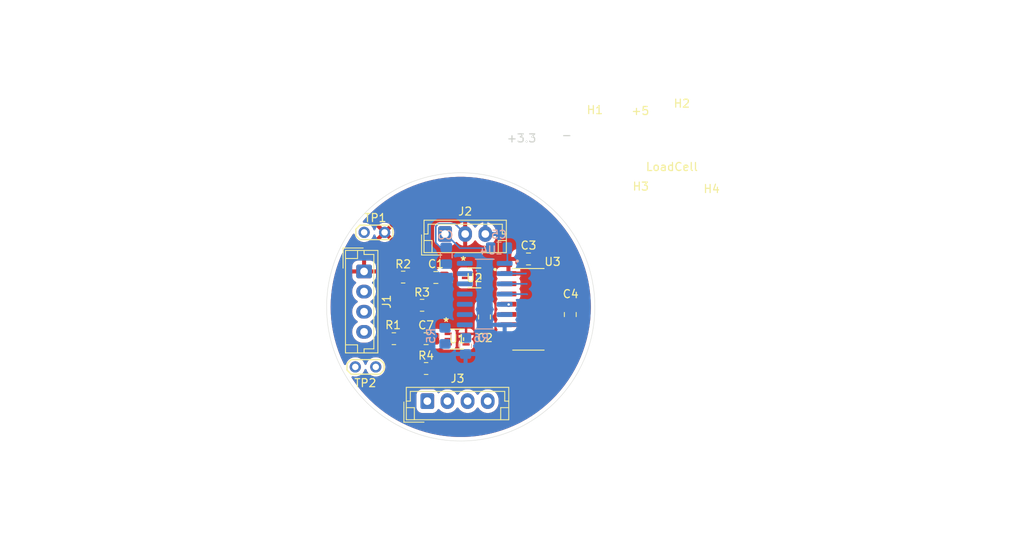
<source format=kicad_pcb>
(kicad_pcb (version 20240108) (generator "pcbnew") (generator_version "8.0")
  (layers (0 "F.Cu" signal) (31 "B.Cu" signal) (34 "B.Paste" user) (35 "F.Paste" user) (36 "B.SilkS" user "B.Silkscreen") (37 "F.SilkS" user "F.Silkscreen") (38 "B.Mask" user) (39 "F.Mask" user) (44 "Edge.Cuts" user))
  (net 0 "")
  (net 1 "Net-(U2-IN+)")
  (net 2 "GND")
  (net 3 "Net-(U3-CAP1)")
  (net 4 "Net-(U3-CAP2)")
  (net 5 "+5V")
  (net 6 "Net-(U4-VCCA)")
  (net 7 "+3.3V")
  (net 8 "Net-(U4-VCCB)")
  (net 9 "/RawLoadCell_-")
  (net 10 "/RawLoadCell_+")
  (net 11 "Net-(J1-Pin_4)")
  (net 12 "MISO")
  (net 13 "Net-(J3-Pin_4)")
  (net 14 "CLK")
  (net 15 "PDWN")
  (net 16 "Net-(U1-IN+)")
  (net 17 "/LP_+")
  (net 18 "/LP_-")
  (net 19 "Net-(U4-OE)")
  (net 20 "Net-(U3-~{DRDY}{slash}DOUT)")
  (net 21 "Net-(U3-~{PDWN})")
  (net 22 "Net-(U3-SCLK)")
  (net 23 "Net-(U3-SPEED)")
  (footprint "MountingHole:MountingHole_2.5mm" (layer "F.Cu") (at 190.1 44.9)
    (property "Reference" "H2" (at 0 -3.5 0) (layer "F.SilkS"))
    (property "Value" "MountingHole")
    (pad "" np_thru_hole circle (at 0 0) (size 2.5 2.5) (drill 2.5) (layers "*.Cu" "*.Mask"))
  )
  (footprint "TestPoint:TestPoint_2Pads_Pitch2.54mm_Drill0.8mm" (layer "F.Cu") (at 153.2 57.4 180)
    (property "Reference" "TP1" (at 1.15 1.8 180) (layer "F.SilkS"))
    (property "Value" "TestPoint_LoadCellPower")
    (fp_line (start 3.57 0.4) (end 3.07 0.9) (stroke (width 0.15)) (layer "F.SilkS"))
    (fp_line (start 3.57 -0.4) (end 3.57 0.4) (stroke (width 0.15)) (layer "F.SilkS"))
    (fp_line (start 3.07 0.9) (end -0.53 0.9) (stroke (width 0.15)) (layer "F.SilkS"))
    (fp_line (start 3.07 -0.9) (end 3.57 -0.4) (stroke (width 0.15)) (layer "F.SilkS"))
    (fp_line (start -0.53 0.9) (end -1.03 0.4) (stroke (width 0.15)) (layer "F.SilkS"))
    (fp_line (start -0.53 -0.9) (end 3.07 -0.9) (stroke (width 0.15)) (layer "F.SilkS"))
    (fp_line (start -1.03 0.4) (end -1.03 -0.4) (stroke (width 0.15)) (layer "F.SilkS"))
    (fp_line (start -1.03 -0.4) (end -0.53 -0.9) (stroke (width 0.15)) (layer "F.SilkS"))
    (pad "1" thru_hole circle (at 0 0 180) (size 1.4 1.4) (drill 0.8) (layers "*.Cu" "*.Mask") (net 5 "+5V"))
    (pad "2" thru_hole circle (at 2.54 0 180) (size 1.4 1.4) (drill 0.8) (layers "*.Cu" "*.Mask") (net 11 "Net-(J1-Pin_4)"))
  )
  (footprint "Resistor_SMD:R_0805_2012Metric_Pad1.20x1.40mm_HandSolder" (layer "F.Cu") (at 157.85 66.45 180)
    (property "Reference" "R3" (at 0 1.6 180) (layer "F.SilkS"))
    (property "Value" "DNP")
    (fp_line (start -0.227064 0.735) (end 0.227064 0.735) (stroke (width 0.12)) (layer "F.SilkS"))
    (fp_line (start -0.227064 -0.735) (end 0.227064 -0.735) (stroke (width 0.12)) (layer "F.SilkS"))
    (pad "1" smd roundrect (at -1 0 180) (size 1.2 1.4) (layers "F.Cu" "F.Paste" "F.Mask") (roundrect_rratio 0.208333) (net 17 "/LP_+"))
    (pad "2" smd roundrect (at 1 0 180) (size 1.2 1.4) (layers "F.Cu" "F.Paste" "F.Mask") (roundrect_rratio 0.208333) (net 10 "/RawLoadCell_+"))
  )
  (footprint "MIC920YC5-TR:SC-70_C5_MCH" (layer "F.Cu") (at 162.2 70.65)
    (property "Reference" "U1" (at 0 0 0) (layer "F.SilkS"))
    (property "Value" "MIC920YC5-TR")
    (fp_line (start -0.8001 1.2319) (end 0.8001 1.2319) (stroke (width 0.1524)) (layer "F.SilkS"))
    (fp_line (start 0.8001 -1.2319) (end -0.8001 -1.2319) (stroke (width 0.1524)) (layer "F.SilkS"))
    (fp_line (start 0.8001 0.164859) (end 0.8001 -0.164859) (stroke (width 0.1524)) (layer "F.SilkS"))
    (fp_text user "*" (at -1.36525 -2.0978 0) (layer "F.SilkS"))
    (fp_text user "*" (at -1.36525 -2.0978 0) (layer "F.SilkS"))
    (pad "1" smd rect (at -1.11125 -0.649999) (size 0.8763 0.3048) (layers "F.Cu" "F.Paste" "F.Mask") (net 16 "Net-(U1-IN+)"))
    (pad "2" smd rect (at -1.11125 0) (size 0.8763 0.3048) (layers "F.Cu" "F.Paste" "F.Mask") (net 2 "GND"))
    (pad "3" smd rect (at -1.11125 0.649999) (size 0.8763 0.3048) (layers "F.Cu" "F.Paste" "F.Mask") (net 18 "/LP_-"))
    (pad "4" smd rect (at 1.11125 0.649999) (size 0.8763 0.3048) (layers "F.Cu" "F.Paste" "F.Mask") (net 18 "/LP_-"))
    (pad "5" smd rect (at 1.11125 -0.649999) (size 0.8763 0.3048) (layers "F.Cu" "F.Paste" "F.Mask") (net 5 "+5V"))
  )
  (footprint "MountingHole:MountingHole_2.5mm" (layer "F.Cu") (at 192.2 55.65)
    (property "Reference" "H4" (at 1.6 -3.65 0) (layer "F.SilkS"))
    (property "Value" "MountingHole")
    (pad "" np_thru_hole circle (at 0 0) (size 2.5 2.5) (drill 2.5) (layers "*.Cu" "*.Mask"))
  )
  (footprint "Resistor_SMD:R_0805_2012Metric_Pad1.20x1.40mm_HandSolder" (layer "F.Cu") (at 158.35 74.3 180)
    (property "Reference" "R4" (at 0 1.6 180) (layer "F.SilkS"))
    (property "Value" "DNP")
    (fp_line (start -0.227064 0.735) (end 0.227064 0.735) (stroke (width 0.12)) (layer "F.SilkS"))
    (fp_line (start -0.227064 -0.735) (end 0.227064 -0.735) (stroke (width 0.12)) (layer "F.SilkS"))
    (pad "1" smd roundrect (at -1 0 180) (size 1.2 1.4) (layers "F.Cu" "F.Paste" "F.Mask") (roundrect_rratio 0.208333) (net 18 "/LP_-"))
    (pad "2" smd roundrect (at 1 0 180) (size 1.2 1.4) (layers "F.Cu" "F.Paste" "F.Mask") (roundrect_rratio 0.208333) (net 9 "/RawLoadCell_-"))
  )
  (footprint "MIC920YC5-TR:SC-70_C5_MCH" (layer "F.Cu") (at 164.33875 63.049999)
    (property "Reference" "U2" (at 0 0 0) (layer "F.SilkS"))
    (property "Value" "MIC920YC5-TR")
    (fp_line (start -0.8001 1.2319) (end 0.8001 1.2319) (stroke (width 0.1524)) (layer "F.SilkS"))
    (fp_line (start 0.8001 -1.2319) (end -0.8001 -1.2319) (stroke (width 0.1524)) (layer "F.SilkS"))
    (fp_line (start 0.8001 0.164859) (end 0.8001 -0.164859) (stroke (width 0.1524)) (layer "F.SilkS"))
    (fp_text user "*" (at -1.36525 -2.0978 0) (layer "F.SilkS"))
    (fp_text user "*" (at -1.36525 -2.0978 0) (layer "F.SilkS"))
    (pad "1" smd rect (at -1.11125 -0.649999) (size 0.8763 0.3048) (layers "F.Cu" "F.Paste" "F.Mask") (net 1 "Net-(U2-IN+)"))
    (pad "2" smd rect (at -1.11125 0) (size 0.8763 0.3048) (layers "F.Cu" "F.Paste" "F.Mask") (net 2 "GND"))
    (pad "3" smd rect (at -1.11125 0.649999) (size 0.8763 0.3048) (layers "F.Cu" "F.Paste" "F.Mask") (net 17 "/LP_+"))
    (pad "4" smd rect (at 1.11125 0.649999) (size 0.8763 0.3048) (layers "F.Cu" "F.Paste" "F.Mask") (net 17 "/LP_+"))
    (pad "5" smd rect (at 1.11125 -0.649999) (size 0.8763 0.3048) (layers "F.Cu" "F.Paste" "F.Mask") (net 5 "+5V"))
  )
  (footprint "Connector_JST:JST_EH_B3B-EH-A_1x03_P2.50mm_Vertical" (layer "F.Cu") (at 160.7 57.6)
    (property "Reference" "J2" (at 2.5 -2.8 0) (layer "F.SilkS"))
    (property "Value" "power_for_Loadcell")
    (fp_line (start -2.91 0.11) (end -2.91 2.61) (stroke (width 0.12)) (layer "F.SilkS"))
    (fp_line (start -2.91 2.61) (end -0.41 2.61) (stroke (width 0.12)) (layer "F.SilkS"))
    (fp_line (start -2.61 -1.71) (end -2.61 2.31) (stroke (width 0.12)) (layer "F.SilkS"))
    (fp_line (start -2.61 0) (end -2.11 0) (stroke (width 0.12)) (layer "F.SilkS"))
    (fp_line (start -2.61 0.81) (end -1.61 0.81) (stroke (width 0.12)) (layer "F.SilkS"))
    (fp_line (start -2.61 2.31) (end 7.61 2.31) (stroke (width 0.12)) (layer "F.SilkS"))
    (fp_line (start -2.11 -1.21) (end 7.11 -1.21) (stroke (width 0.12)) (layer "F.SilkS"))
    (fp_line (start -2.11 0) (end -2.11 -1.21) (stroke (width 0.12)) (layer "F.SilkS"))
    (fp_line (start -1.61 0.81) (end -1.61 2.31) (stroke (width 0.12)) (layer "F.SilkS"))
    (fp_line (start 6.61 0.81) (end 6.61 2.31) (stroke (width 0.12)) (layer "F.SilkS"))
    (fp_line (start 7.11 -1.21) (end 7.11 0) (stroke (width 0.12)) (layer "F.SilkS"))
    (fp_line (start 7.11 0) (end 7.61 0) (stroke (width 0.12)) (layer "F.SilkS"))
    (fp_line (start 7.61 -1.71) (end -2.61 -1.71) (stroke (width 0.12)) (layer "F.SilkS"))
    (fp_line (start 7.61 0.81) (end 6.61 0.81) (stroke (width 0.12)) (layer "F.SilkS"))
    (fp_line (start 7.61 2.31) (end 7.61 -1.71) (stroke (width 0.12)) (layer "F.SilkS"))
    (pad "1" thru_hole roundrect (at 0 0) (size 1.7 1.95) (drill 0.95) (layers "*.Cu" "*.Mask") (roundrect_rratio 0.147059) (net 7 "+3.3V"))
    (pad "2" thru_hole oval (at 2.5 0) (size 1.7 1.95) (drill 0.95) (layers "*.Cu" "*.Mask") (net 5 "+5V"))
    (pad "3" thru_hole oval (at 5 0) (size 1.7 1.95) (drill 0.95) (layers "*.Cu" "*.Mask") (net 2 "GND"))
  )
  (footprint "MountingHole:MountingHole_2.5mm" (layer "F.Cu") (at 185 55.2)
    (property "Reference" "H3" (at 0 -3.5 0) (layer "F.SilkS"))
    (property "Value" "MountingHole")
    (pad "" np_thru_hole circle (at 0 0) (size 2.5 2.5) (drill 2.5) (layers "*.Cu" "*.Mask"))
  )
  (footprint "Capacitor_SMD:C_0805_2012Metric_Pad1.18x1.45mm_HandSolder" (layer "F.Cu") (at 165.6 67.9 -90)
    (property "Reference" "C2" (at 2.6 -0.05 180) (layer "F.SilkS"))
    (property "Value" "0.1u")
    (fp_line (start -0.261252 0.735) (end 0.261252 0.735) (stroke (width 0.12)) (layer "F.SilkS"))
    (fp_line (start -0.261252 -0.735) (end 0.261252 -0.735) (stroke (width 0.12)) (layer "F.SilkS"))
    (pad "1" smd roundrect (at -1.0375 0 270) (size 1.175 1.45) (layers "F.Cu" "F.Paste" "F.Mask") (roundrect_rratio 0.212766) (net 3 "Net-(U3-CAP1)"))
    (pad "2" smd roundrect (at 1.0375 0 270) (size 1.175 1.45) (layers "F.Cu" "F.Paste" "F.Mask") (roundrect_rratio 0.212766) (net 4 "Net-(U3-CAP2)"))
  )
  (footprint "MountingHole:MountingHole_2.5mm" (layer "F.Cu") (at 179.3 45.7)
    (property "Reference" "H1" (at 0 -3.5 0) (layer "F.SilkS"))
    (property "Value" "MountingHole")
    (pad "" np_thru_hole circle (at 0 0) (size 2.5 2.5) (drill 2.5) (layers "*.Cu" "*.Mask"))
  )
  (footprint "Connector_JST:JST_EH_B4B-EH-A_1x04_P2.50mm_Vertical" (layer "F.Cu") (at 158.5 78.35)
    (property "Reference" "J3" (at 3.75 -2.8 0) (layer "F.SilkS"))
    (property "Value" "ConnToESP32")
    (fp_line (start -2.91 0.11) (end -2.91 2.61) (stroke (width 0.12)) (layer "F.SilkS"))
    (fp_line (start -2.91 2.61) (end -0.41 2.61) (stroke (width 0.12)) (layer "F.SilkS"))
    (fp_line (start -2.61 -1.71) (end -2.61 2.31) (stroke (width 0.12)) (layer "F.SilkS"))
    (fp_line (start -2.61 0) (end -2.11 0) (stroke (width 0.12)) (layer "F.SilkS"))
    (fp_line (start -2.61 0.81) (end -1.61 0.81) (stroke (width 0.12)) (layer "F.SilkS"))
    (fp_line (start -2.61 2.31) (end 10.11 2.31) (stroke (width 0.12)) (layer "F.SilkS"))
    (fp_line (start -2.11 -1.21) (end 9.61 -1.21) (stroke (width 0.12)) (layer "F.SilkS"))
    (fp_line (start -2.11 0) (end -2.11 -1.21) (stroke (width 0.12)) (layer "F.SilkS"))
    (fp_line (start -1.61 0.81) (end -1.61 2.31) (stroke (width 0.12)) (layer "F.SilkS"))
    (fp_line (start 9.11 0.81) (end 9.11 2.31) (stroke (width 0.12)) (layer "F.SilkS"))
    (fp_line (start 9.61 -1.21) (end 9.61 0) (stroke (width 0.12)) (layer "F.SilkS"))
    (fp_line (start 9.61 0) (end 10.11 0) (stroke (width 0.12)) (layer "F.SilkS"))
    (fp_line (start 10.11 -1.71) (end -2.61 -1.71) (stroke (width 0.12)) (layer "F.SilkS"))
    (fp_line (start 10.11 0.81) (end 9.11 0.81) (stroke (width 0.12)) (layer "F.SilkS"))
    (fp_line (start 10.11 2.31) (end 10.11 -1.71) (stroke (width 0.12)) (layer "F.SilkS"))
    (pad "1" thru_hole roundrect (at 0 0) (size 1.7 1.95) (drill 0.95) (layers "*.Cu" "*.Mask") (roundrect_rratio 0.147059) (net 12 "MISO"))
    (pad "2" thru_hole oval (at 2.5 0) (size 1.7 1.95) (drill 0.95) (layers "*.Cu" "*.Mask") (net 14 "CLK"))
    (pad "3" thru_hole oval (at 5 0) (size 1.7 1.95) (drill 0.95) (layers "*.Cu" "*.Mask") (net 15 "PDWN"))
    (pad "4" thru_hole oval (at 7.5 0) (size 1.7 1.95) (drill 0.95) (layers "*.Cu" "*.Mask") (net 13 "Net-(J3-Pin_4)"))
  )
  (footprint "TestPoint:TestPoint_2Pads_Pitch2.54mm_Drill0.8mm" (layer "F.Cu") (at 152.1 74.1 180)
    (property "Reference" "TP2" (at 1.3 -2 180) (layer "F.SilkS"))
    (property "Value" "TestPoint_LoadCellSignal")
    (fp_line (start 3.57 0.4) (end 3.07 0.9) (stroke (width 0.15)) (layer "F.SilkS"))
    (fp_line (start 3.57 -0.4) (end 3.57 0.4) (stroke (width 0.15)) (layer "F.SilkS"))
    (fp_line (start 3.07 0.9) (end -0.53 0.9) (stroke (width 0.15)) (layer "F.SilkS"))
    (fp_line (start 3.07 -0.9) (end 3.57 -0.4) (stroke (width 0.15)) (layer "F.SilkS"))
    (fp_line (start -0.53 0.9) (end -1.03 0.4) (stroke (width 0.15)) (layer "F.SilkS"))
    (fp_line (start -0.53 -0.9) (end 3.07 -0.9) (stroke (width 0.15)) (layer "F.SilkS"))
    (fp_line (start -1.03 0.4) (end -1.03 -0.4) (stroke (width 0.15)) (layer "F.SilkS"))
    (fp_line (start -1.03 -0.4) (end -0.53 -0.9) (stroke (width 0.15)) (layer "F.SilkS"))
    (pad "1" thru_hole circle (at 0 0 180) (size 1.4 1.4) (drill 0.8) (layers "*.Cu" "*.Mask") (net 10 "/RawLoadCell_+"))
    (pad "2" thru_hole circle (at 2.54 0 180) (size 1.4 1.4) (drill 0.8) (layers "*.Cu" "*.Mask") (net 9 "/RawLoadCell_-"))
  )
  (footprint "Resistor_SMD:R_0805_2012Metric_Pad1.20x1.40mm_HandSolder" (layer "F.Cu") (at 154.35 70.6 180)
    (property "Reference" "R1" (at 0.1 1.7 180) (layer "F.SilkS"))
    (property "Value" "VAR")
    (fp_line (start -0.227064 0.735) (end 0.227064 0.735) (stroke (width 0.12)) (layer "F.SilkS"))
    (fp_line (start -0.227064 -0.735) (end 0.227064 -0.735) (stroke (width 0.12)) (layer "F.SilkS"))
    (pad "1" smd roundrect (at -1 0 180) (size 1.2 1.4) (layers "F.Cu" "F.Paste" "F.Mask") (roundrect_rratio 0.208333) (net 16 "Net-(U1-IN+)"))
    (pad "2" smd roundrect (at 1 0 180) (size 1.2 1.4) (layers "F.Cu" "F.Paste" "F.Mask") (roundrect_rratio 0.208333) (net 9 "/RawLoadCell_-"))
  )
  (footprint "Resistor_SMD:R_0805_2012Metric_Pad1.20x1.40mm_HandSolder" (layer "F.Cu") (at 155.5 62.95 180)
    (property "Reference" "R2" (at 0 1.6 180) (layer "F.SilkS"))
    (property "Value" "VAR")
    (fp_line (start -0.227064 0.735) (end 0.227064 0.735) (stroke (width 0.12)) (layer "F.SilkS"))
    (fp_line (start -0.227064 -0.735) (end 0.227064 -0.735) (stroke (width 0.12)) (layer "F.SilkS"))
    (pad "1" smd roundrect (at -1 0 180) (size 1.2 1.4) (layers "F.Cu" "F.Paste" "F.Mask") (roundrect_rratio 0.208333) (net 1 "Net-(U2-IN+)"))
    (pad "2" smd roundrect (at 1 0 180) (size 1.2 1.4) (layers "F.Cu" "F.Paste" "F.Mask") (roundrect_rratio 0.208333) (net 10 "/RawLoadCell_+"))
  )
  (footprint "Capacitor_SMD:C_0805_2012Metric_Pad1.18x1.45mm_HandSolder" (layer "F.Cu") (at 171.0625 60.7)
    (property "Reference" "C3" (at 0 -1.68 0) (layer "F.SilkS"))
    (property "Value" "1u")
    (fp_line (start -0.261252 -0.735) (end 0.261252 -0.735) (stroke (width 0.12)) (layer "F.SilkS"))
    (fp_line (start -0.261252 0.735) (end 0.261252 0.735) (stroke (width 0.12)) (layer "F.SilkS"))
    (pad "1" smd roundrect (at -1.0375 0) (size 1.175 1.45) (layers "F.Cu" "F.Paste" "F.Mask") (roundrect_rratio 0.212766) (net 5 "+5V"))
    (pad "2" smd roundrect (at 1.0375 0) (size 1.175 1.45) (layers "F.Cu" "F.Paste" "F.Mask") (roundrect_rratio 0.212766) (net 2 "GND"))
  )
  (footprint "ADS1231IDR:SOIC127P600X175-16N" (layer "F.Cu") (at 171.05 66.95)
    (property "Reference" "U3" (at 3 -5.9 0) (layer "F.SilkS"))
    (property "Value" "ADS1231IDR")
    (fp_line (start -1.95 -5.065) (end 1.95 -5.065) (stroke (width 0.127)) (layer "F.SilkS"))
    (fp_line (start -1.95 5.065) (end 1.95 5.065) (stroke (width 0.127)) (layer "F.SilkS"))
    (fp_circle (center -4.145 -4.945) (end -4.045 -4.945) (stroke (width 0.2)) (fill none) (layer "F.SilkS"))
    (pad "1" smd roundrect (at -2.475 -4.445) (size 1.97 0.6) (layers "F.Cu" "F.Paste" "F.Mask") (roundrect_rratio 0.125) (net 5 "+5V"))
    (pad "2" smd roundrect (at -2.475 -3.175) (size 1.97 0.6) (layers "F.Cu" "F.Paste" "F.Mask") (roundrect_rratio 0.125) (net 2 "GND"))
    (pad "3" smd roundrect (at -2.475 -1.905) (size 1.97 0.6) (layers "F.Cu" "F.Paste" "F.Mask") (roundrect_rratio 0.125) (net 2 "GND"))
    (pad "4" smd roundrect (at -2.475 -0.635) (size 1.97 0.6) (layers "F.Cu" "F.Paste" "F.Mask") (roundrect_rratio 0.125) (net 23 "Net-(U3-SPEED)"))
    (pad "5" smd roundrect (at -2.475 0.635) (size 1.97 0.6) (layers "F.Cu" "F.Paste" "F.Mask") (roundrect_rratio 0.125) (net 3 "Net-(U3-CAP1)"))
    (pad "6" smd roundrect (at -2.475 1.905) (size 1.97 0.6) (layers "F.Cu" "F.Paste" "F.Mask") (roundrect_rratio 0.125) (net 4 "Net-(U3-CAP2)"))
    (pad "7" smd roundrect (at -2.475 3.175) (size 1.97 0.6) (layers "F.Cu" "F.Paste" "F.Mask") (roundrect_rratio 0.125) (net 17 "/LP_+"))
    (pad "8" smd roundrect (at -2.475 4.445) (size 1.97 0.6) (layers "F.Cu" "F.Paste" "F.Mask") (roundrect_rratio 0.125) (net 18 "/LP_-"))
    (pad "9" smd roundrect (at 2.475 4.445) (size 1.97 0.6) (layers "F.Cu" "F.Paste" "F.Mask") (roundrect_rratio 0.125) (net 11 "Net-(J1-Pin_4)"))
    (pad "10" smd roundrect (at 2.475 3.175) (size 1.97 0.6) (layers "F.Cu" "F.Paste" "F.Mask") (roundrect_rratio 0.125) (net 5 "+5V"))
    (pad "11" smd roundrect (at 2.475 1.905) (size 1.97 0.6) (layers "F.Cu" "F.Paste" "F.Mask") (roundrect_rratio 0.125) (net 2 "GND"))
    (pad "12" smd roundrect (at 2.475 0.635) (size 1.97 0.6) (layers "F.Cu" "F.Paste" "F.Mask") (roundrect_rratio 0.125) (net 11 "Net-(J1-Pin_4)"))
    (pad "13" smd roundrect (at 2.475 -0.635) (size 1.97 0.6) (layers "F.Cu" "F.Paste" "F.Mask") (roundrect_rratio 0.125) (net 5 "+5V"))
    (pad "14" smd roundrect (at 2.475 -1.905) (size 1.97 0.6) (layers "F.Cu" "F.Paste" "F.Mask") (roundrect_rratio 0.125) (net 21 "Net-(U3-~{PDWN})"))
    (pad "15" smd roundrect (at 2.475 -3.175) (size 1.97 0.6) (layers "F.Cu" "F.Paste" "F.Mask") (roundrect_rratio 0.125) (net 22 "Net-(U3-SCLK)"))
    (pad "16" smd roundrect (at 2.475 -4.445) (size 1.97 0.6) (layers "F.Cu" "F.Paste" "F.Mask") (roundrect_rratio 0.125) (net 20 "Net-(U3-~{DRDY}{slash}DOUT)"))
  )
  (footprint "Connector_JST:JST_EH_B4B-EH-A_1x04_P2.50mm_Vertical" (layer "F.Cu") (at 150.65 62.25 -90)
    (property "Reference" "J1" (at 3.75 -2.8 90) (layer "F.SilkS"))
    (property "Value" "LoadCellConnector")
    (fp_line (start -2.91 2.61) (end -0.41 2.61) (stroke (width 0.12)) (layer "F.SilkS"))
    (fp_line (start -2.61 2.31) (end 10.11 2.31) (stroke (width 0.12)) (layer "F.SilkS"))
    (fp_line (start 10.11 2.31) (end 10.11 -1.71) (stroke (width 0.12)) (layer "F.SilkS"))
    (fp_line (start -2.61 0.81) (end -1.61 0.81) (stroke (width 0.12)) (layer "F.SilkS"))
    (fp_line (start -1.61 0.81) (end -1.61 2.31) (stroke (width 0.12)) (layer "F.SilkS"))
    (fp_line (start 9.11 0.81) (end 9.11 2.31) (stroke (width 0.12)) (layer "F.SilkS"))
    (fp_line (start 10.11 0.81) (end 9.11 0.81) (stroke (width 0.12)) (layer "F.SilkS"))
    (fp_line (start -2.91 0.11) (end -2.91 2.61) (stroke (width 0.12)) (layer "F.SilkS"))
    (fp_line (start -2.61 0) (end -2.11 0) (stroke (width 0.12)) (layer "F.SilkS"))
    (fp_line (start -2.11 0) (end -2.11 -1.21) (stroke (width 0.12)) (layer "F.SilkS"))
    (fp_line (start 9.61 0) (end 10.11 0) (stroke (width 0.12)) (layer "F.SilkS"))
    (fp_line (start -2.11 -1.21) (end 9.61 -1.21) (stroke (width 0.12)) (layer "F.SilkS"))
    (fp_line (start 9.61 -1.21) (end 9.61 0) (stroke (width 0.12)) (layer "F.SilkS"))
    (fp_line (start -2.61 -1.71) (end -2.61 2.31) (stroke (width 0.12)) (layer "F.SilkS"))
    (fp_line (start 10.11 -1.71) (end -2.61 -1.71) (stroke (width 0.12)) (layer "F.SilkS"))
    (pad "1" thru_hole roundrect (at 0 0 270) (size 1.7 1.95) (drill 0.95) (layers "*.Cu" "*.Mask") (roundrect_rratio 0.147059) (net 5 "+5V"))
    (pad "2" thru_hole oval (at 2.5 0 270) (size 1.7 1.95) (drill 0.95) (layers "*.Cu" "*.Mask") (net 10 "/RawLoadCell_+"))
    (pad "3" thru_hole oval (at 5 0 270) (size 1.7 1.95) (drill 0.95) (layers "*.Cu" "*.Mask") (net 9 "/RawLoadCell_-"))
    (pad "4" thru_hole oval (at 7.5 0 270) (size 1.7 1.95) (drill 0.95) (layers "*.Cu" "*.Mask") (net 11 "Net-(J1-Pin_4)"))
  )
  (footprint "Capacitor_SMD:C_0805_2012Metric_Pad1.18x1.45mm_HandSolder" (layer "F.Cu") (at 158.35 70.6)
    (property "Reference" "C7" (at 0 -1.68 0) (layer "F.SilkS"))
    (property "Value" "VAR")
    (fp_line (start -0.261252 -0.735) (end 0.261252 -0.735) (stroke (width 0.12)) (layer "F.SilkS"))
    (fp_line (start -0.261252 0.735) (end 0.261252 0.735) (stroke (width 0.12)) (layer "F.SilkS"))
    (pad "1" smd roundrect (at -1.0375 0) (size 1.175 1.45) (layers "F.Cu" "F.Paste" "F.Mask") (roundrect_rratio 0.212766) (net 16 "Net-(U1-IN+)"))
    (pad "2" smd roundrect (at 1.0375 0) (size 1.175 1.45) (layers "F.Cu" "F.Paste" "F.Mask") (roundrect_rratio 0.212766) (net 2 "GND"))
  )
  (footprint "Capacitor_SMD:C_0805_2012Metric_Pad1.18x1.45mm_HandSolder" (layer "F.Cu") (at 176.25 67.6 -90)
    (property "Reference" "C4" (at -2.55 -0.05 180) (layer "F.SilkS"))
    (property "Value" "1u")
    (fp_line (start -0.261252 0.735) (end 0.261252 0.735) (stroke (width 0.12)) (layer "F.SilkS"))
    (fp_line (start -0.261252 -0.735) (end 0.261252 -0.735) (stroke (width 0.12)) (layer "F.SilkS"))
    (pad "1" smd roundrect (at -1.0375 0 270) (size 1.175 1.45) (layers "F.Cu" "F.Paste" "F.Mask") (roundrect_rratio 0.212766) (net 5 "+5V"))
    (pad "2" smd roundrect (at 1.0375 0 270) (size 1.175 1.45) (layers "F.Cu" "F.Paste" "F.Mask") (roundrect_rratio 0.212766) (net 2 "GND"))
  )
  (footprint "Capacitor_SMD:C_0805_2012Metric_Pad1.18x1.45mm_HandSolder" (layer "F.Cu") (at 159.5625 63)
    (property "Reference" "C1" (at 0 -1.68 0) (layer "F.SilkS"))
    (property "Value" "VAR")
    (fp_line (start -0.261252 -0.735) (end 0.261252 -0.735) (stroke (width 0.12)) (layer "F.SilkS"))
    (fp_line (start -0.261252 0.735) (end 0.261252 0.735) (stroke (width 0.12)) (layer "F.SilkS"))
    (pad "1" smd roundrect (at -1.0375 0) (size 1.175 1.45) (layers "F.Cu" "F.Paste" "F.Mask") (roundrect_rratio 0.212766) (net 1 "Net-(U2-IN+)"))
    (pad "2" smd roundrect (at 1.0375 0) (size 1.175 1.45) (layers "F.Cu" "F.Paste" "F.Mask") (roundrect_rratio 0.212766) (net 2 "GND"))
  )
  (footprint "TXB0104DR:SOIC127P600X175-14N" (layer "B.Cu") (at 165.625 65.06 180)
    (property "Reference" "U4" (at -0.425 5.435 180) (layer "B.SilkS") (effects (justify mirror)))
    (property "Value" "TXB0104DR")
    (fp_line (start 1.17 4.325) (end -1.17 4.325) (stroke (width 0.127)) (layer "B.SilkS"))
    (fp_line (start 1.17 -4.325) (end -1.17 -4.325) (stroke (width 0.127)) (layer "B.SilkS"))
    (fp_circle (center -4.05 4.1) (end -3.95 4.1) (stroke (width 0.2)) (fill none) (layer "B.SilkS"))
    (pad "1" smd roundrect (at -2.475 3.81 180) (size 1.97 0.6) (layers "B.Cu" "B.Paste" "B.Mask") (net 6 "Net-(U4-VCCA)"))
    (pad "2" smd roundrect (at -2.475 2.54 180) (size 1.97 0.6) (layers "B.Cu" "B.Paste" "B.Mask") (net 20 "Net-(U3-~{DRDY}{slash}DOUT)"))
    (pad "3" smd roundrect (at -2.475 1.27 180) (size 1.97 0.6) (layers "B.Cu" "B.Paste" "B.Mask") (net 22 "Net-(U3-SCLK)"))
    (pad "4" smd roundrect (at -2.475 0 180) (size 1.97 0.6) (layers "B.Cu" "B.Paste" "B.Mask") (net 21 "Net-(U3-~{PDWN})"))
    (pad "5" smd roundrect (at -2.475 -1.27 180) (size 1.97 0.6) (layers "B.Cu" "B.Paste" "B.Mask") (net 23 "Net-(U3-SPEED)"))
    (pad "6" smd roundrect (at -2.475 -2.54 180) (size 1.97 0.6) (layers "B.Cu" "B.Paste" "B.Mask"))
    (pad "7" smd roundrect (at -2.475 -3.81 180) (size 1.97 0.6) (layers "B.Cu" "B.Paste" "B.Mask") (net 2 "GND"))
    (pad "8" smd roundrect (at 2.475 -3.81 180) (size 1.97 0.6) (layers "B.Cu" "B.Paste" "B.Mask") (net 19 "Net-(U4-OE)"))
    (pad "9" smd roundrect (at 2.475 -2.54 180) (size 1.97 0.6) (layers "B.Cu" "B.Paste" "B.Mask"))
    (pad "10" smd roundrect (at 2.475 -1.27 180) (size 1.97 0.6) (layers "B.Cu" "B.Paste" "B.Mask") (net 13 "Net-(J3-Pin_4)"))
    (pad "11" smd roundrect (at 2.475 0 180) (size 1.97 0.6) (layers "B.Cu" "B.Paste" "B.Mask") (net 15 "PDWN"))
    (pad "12" smd roundrect (at 2.475 1.27 180) (size 1.97 0.6) (layers "B.Cu" "B.Paste" "B.Mask") (net 14 "CLK"))
    (pad "13" smd roundrect (at 2.475 2.54 180) (size 1.97 0.6) (layers "B.Cu" "B.Paste" "B.Mask") (net 12 "MISO"))
    (pad "14" smd roundrect (at 2.475 3.81 180) (size 1.97 0.6) (layers "B.Cu" "B.Paste" "B.Mask") (net 8 "Net-(U4-VCCB)"))
  )
  (footprint "Resistor_SMD:R_0805_2012Metric_Pad1.20x1.40mm_HandSolder" (layer "B.Cu") (at 163.25 71.5 -90)
    (property "Reference" "R6" (at -1 -1.95 180) (layer "B.SilkS") (effects (justify mirror)))
    (property "Value" "DNP")
    (fp_line (start 0.227064 0.735) (end -0.227064 0.735) (stroke (width 0.12)) (layer "B.SilkS"))
    (fp_line (start 0.227064 -0.735) (end -0.227064 -0.735) (stroke (width 0.12)) (layer "B.SilkS"))
    (pad "1" smd roundrect (at -1 0 270) (size 1.2 1.4) (layers "B.Cu" "B.Paste" "B.Mask") (roundrect_rratio 0.208333) (net 19 "Net-(U4-OE)"))
    (pad "2" smd roundrect (at 1 0 270) (size 1.2 1.4) (layers "B.Cu" "B.Paste" "B.Mask") (roundrect_rratio 0.208333) (net 2 "GND"))
  )
  (footprint "Resistor_SMD:R_0805_2012Metric_Pad1.20x1.40mm_HandSolder" (layer "B.Cu") (at 160.7 70.25 90)
    (property "Reference" "R5" (at 0 -1.75 -90) (layer "B.SilkS") (effects (justify mirror)))
    (property "Value" "10k")
    (fp_line (start 0.227064 -0.735) (end -0.227064 -0.735) (stroke (width 0.12)) (layer "B.SilkS"))
    (fp_line (start 0.227064 0.735) (end -0.227064 0.735) (stroke (width 0.12)) (layer "B.SilkS"))
    (pad "1" smd roundrect (at -1 0 90) (size 1.2 1.4) (layers "B.Cu" "B.Paste" "B.Mask") (roundrect_rratio 0.208333) (net 7 "+3.3V"))
    (pad "2" smd roundrect (at 1 0 90) (size 1.2 1.4) (layers "B.Cu" "B.Paste" "B.Mask") (roundrect_rratio 0.208333) (net 19 "Net-(U4-OE)"))
  )
  (footprint "Capacitor_SMD:C_0805_2012Metric_Pad1.18x1.45mm_HandSolder" (layer "B.Cu") (at 160.85 60.3 90)
    (property "Reference" "C6" (at 2.55 -0.1 0) (layer "B.SilkS") (effects (justify mirror)))
    (property "Value" "0.1u")
    (fp_line (start 0.261252 -0.735) (end -0.261252 -0.735) (stroke (width 0.12)) (layer "B.SilkS"))
    (fp_line (start 0.261252 0.735) (end -0.261252 0.735) (stroke (width 0.12)) (layer "B.SilkS"))
    (pad "1" smd roundrect (at -1.0375 0 90) (size 1.175 1.45) (layers "B.Cu" "B.Paste" "B.Mask") (roundrect_rratio 0.212766) (net 8 "Net-(U4-VCCB)"))
    (pad "2" smd roundrect (at 1.0375 0 90) (size 1.175 1.45) (layers "B.Cu" "B.Paste" "B.Mask") (roundrect_rratio 0.212766) (net 5 "+5V"))
  )
  (footprint "Capacitor_SMD:C_0805_2012Metric_Pad1.18x1.45mm_HandSolder" (layer "B.Cu") (at 167.4 59.35 180)
    (property "Reference" "C5" (at 0 1.68 180) (layer "B.SilkS") (effects (justify mirror)))
    (property "Value" "0.1u")
    (fp_line (start 0.261252 0.735) (end -0.261252 0.735) (stroke (width 0.12)) (layer "B.SilkS"))
    (fp_line (start 0.261252 -0.735) (end -0.261252 -0.735) (stroke (width 0.12)) (layer "B.SilkS"))
    (pad "1" smd roundrect (at -1.0375 0 180) (size 1.175 1.45) (layers "B.Cu" "B.Paste" "B.Mask") (roundrect_rratio 0.212766) (net 6 "Net-(U4-VCCA)"))
    (pad "2" smd roundrect (at 1.0375 0 180) (size 1.175 1.45) (layers "B.Cu" "B.Paste" "B.Mask") (roundrect_rratio 0.212766) (net 7 "+3.3V"))
  )
  (gr_circle (center 162.65 66.65) (end 179.3 66.7) (stroke (width 0.05)) (fill none) (layer "Edge.Cuts"))
  (gr_text "+5" (at 183.75 42.9 0) (layer "F.SilkS") (effects (font (size 1 1)) (justify left bottom)))
  (gr_text "LoadCell\n" (at 185.55 49.85 0) (layer "F.SilkS") (effects (font (size 1 1)) (justify left bottom)))
  (gr_text "-" (at 175.0925 45.9 0) (layer "Edge.Cuts") (effects (font (size 1 1)) (justify left bottom)))
  (gr_text "+3.3" (at 168.2925 46.3 0) (layer "Edge.Cuts") (effects (font (size 1 1)) (justify left bottom)))
  (segment (start 159.865256 56.325) (end 161.925 56.325) (width 0.2) (layer "B.Cu") (net 5))
  (segment (start 159.55 58.6875) (end 159.55 56.640256) (width 0.2) (layer "B.Cu") (net 5))
  (segment (start 159.55 56.640256) (end 159.865256 56.325) (width 0.2) (layer "B.Cu") (net 5))
  (segment (start 160.125 59.2625) (end 159.55 58.6875) (width 0.2) (layer "B.Cu") (net 5))
  (segment (start 160.85 59.2625) (end 160.125 59.2625) (width 0.2) (layer "B.Cu") (net 5))
  (segment (start 161.925 56.325) (end 163.2 57.6) (width 0.2) (layer "B.Cu") (net 5))
  (segment (start 168.4375 59.35) (end 168.4375 60.9125) (width 0.2) (layer "B.Cu") (net 6))
  (segment (start 168.4375 60.9125) (end 168.1 61.25) (width 0.2) (layer "B.Cu") (net 6))
  (segment (start 166.3625 59.35) (end 162.534744 59.35) (width 0.2) (layer "B.Cu") (net 7))
  (segment (start 162.534744 59.35) (end 160.784744 57.6) (width 0.2) (layer "B.Cu") (net 7))
  (segment (start 160.784744 57.6) (end 160.7 57.6) (width 0.2) (layer "B.Cu") (net 7))
  (segment (start 170.73 62.52) (end 170.75 62.5) (width 0.2) (layer "B.Cu") (net 20))
  (segment (start 168.1 62.52) (end 170.73 62.52) (width 0.2) (layer "B.Cu") (net 20))
  (segment (start 168.1 65.06) (end 170.86 65.06) (width 0.2) (layer "B.Cu") (net 21))
  (segment (start 170.86 65.06) (end 170.9 65.1) (width 0.2) (layer "B.Cu") (net 21))
  (segment (start 170.85 63.8) (end 170.84 63.79) (width 0.2) (layer "B.Cu") (net 22))
  (segment (start 168.1 63.79) (end 170.84 63.79) (width 0.2) (layer "B.Cu") (net 22))
  (via (at 168.6 66.35) (size 0.6) (drill 0.3) (layers "F.Cu" "B.Cu") (net 23))
  (zone (net 5) (net_name "+5V") (layer "F.Cu") (priority 1) (connect_pads (clearance 0.5)) (min_thickness 0.25) (fill yes (thermal_gap 0.5) (thermal_bridge_width 0.5))
    (polygon (pts (xy 125.708872 77.872858) (xy 124.108872 37.272858) (xy 201.258872 39.522858) (xy 204.208872 86.272858) (xy 125.058872 83.522858)))
  )
  (zone (net 2) (net_name "GND") (layer "B.Cu") (connect_pads (clearance 0.5)) (min_thickness 0.25) (fill yes (thermal_gap 0.5) (thermal_bridge_width 0.5))
    (polygon (pts (xy 108.7 86.25) (xy 105.45 28.55) (xy 229.2 31.4) (xy 232.6 96.1) (xy 109.55 87.8)))
  )
)
</source>
